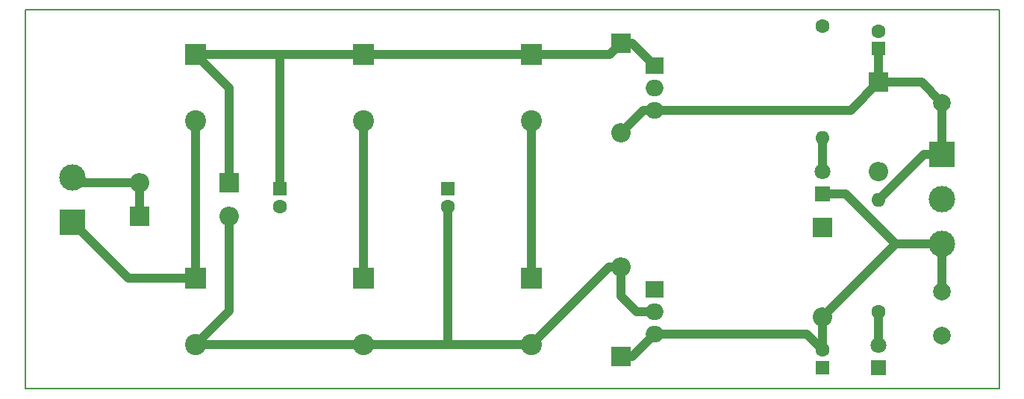
<source format=gbl>
G04 #@! TF.GenerationSoftware,KiCad,Pcbnew,(6.0.0)*
G04 #@! TF.CreationDate,2022-07-07T12:02:20+01:00*
G04 #@! TF.ProjectId,PSU,5053552e-6b69-4636-9164-5f7063625858,rev?*
G04 #@! TF.SameCoordinates,Original*
G04 #@! TF.FileFunction,Copper,L2,Bot*
G04 #@! TF.FilePolarity,Positive*
%FSLAX46Y46*%
G04 Gerber Fmt 4.6, Leading zero omitted, Abs format (unit mm)*
G04 Created by KiCad (PCBNEW (6.0.0)) date 2022-07-07 12:02:20*
%MOMM*%
%LPD*%
G01*
G04 APERTURE LIST*
G04 #@! TA.AperFunction,Profile*
%ADD10C,0.150000*%
G04 #@! TD*
G04 #@! TA.AperFunction,ComponentPad*
%ADD11R,3.000000X3.000000*%
G04 #@! TD*
G04 #@! TA.AperFunction,ComponentPad*
%ADD12C,3.000000*%
G04 #@! TD*
G04 #@! TA.AperFunction,ComponentPad*
%ADD13R,1.600000X1.600000*%
G04 #@! TD*
G04 #@! TA.AperFunction,ComponentPad*
%ADD14C,1.600000*%
G04 #@! TD*
G04 #@! TA.AperFunction,ComponentPad*
%ADD15R,2.400000X2.400000*%
G04 #@! TD*
G04 #@! TA.AperFunction,ComponentPad*
%ADD16C,2.400000*%
G04 #@! TD*
G04 #@! TA.AperFunction,ComponentPad*
%ADD17R,1.800000X1.800000*%
G04 #@! TD*
G04 #@! TA.AperFunction,ComponentPad*
%ADD18C,1.800000*%
G04 #@! TD*
G04 #@! TA.AperFunction,ComponentPad*
%ADD19R,2.000000X1.905000*%
G04 #@! TD*
G04 #@! TA.AperFunction,ComponentPad*
%ADD20O,2.000000X1.905000*%
G04 #@! TD*
G04 #@! TA.AperFunction,ComponentPad*
%ADD21O,1.600000X1.600000*%
G04 #@! TD*
G04 #@! TA.AperFunction,ComponentPad*
%ADD22R,2.200000X2.200000*%
G04 #@! TD*
G04 #@! TA.AperFunction,ComponentPad*
%ADD23O,2.200000X2.200000*%
G04 #@! TD*
G04 #@! TA.AperFunction,ComponentPad*
%ADD24C,2.000000*%
G04 #@! TD*
G04 #@! TA.AperFunction,Conductor*
%ADD25C,1.000000*%
G04 #@! TD*
G04 APERTURE END LIST*
D10*
X43000000Y-53000000D02*
X153490000Y-53000000D01*
X153490000Y-96000000D02*
X43000000Y-96000000D01*
X153490000Y-96000000D02*
X153490000Y-53000000D01*
X43000000Y-96000000D02*
X43000000Y-53000000D01*
D11*
X147000000Y-69420000D03*
D12*
X147000000Y-74500000D03*
X147000000Y-79580000D03*
D13*
X71875000Y-73275000D03*
D14*
X71875000Y-75275000D03*
D15*
X100450000Y-58035000D03*
D16*
X100450000Y-65535000D03*
D13*
X90925000Y-73275000D03*
D14*
X90925000Y-75275000D03*
D15*
X81400000Y-83435000D03*
D16*
X81400000Y-90935000D03*
D15*
X100450000Y-83435000D03*
D16*
X100450000Y-90935000D03*
D13*
X139820000Y-57400000D03*
D14*
X139820000Y-55400000D03*
D13*
X133470000Y-93595000D03*
D14*
X133470000Y-91595000D03*
D17*
X139820000Y-93595000D03*
D18*
X139820000Y-91055000D03*
D17*
X133470000Y-73910000D03*
D18*
X133470000Y-71370000D03*
D19*
X114420000Y-84705000D03*
D20*
X114420000Y-87245000D03*
X114420000Y-89785000D03*
D15*
X81400000Y-58035000D03*
D16*
X81400000Y-65535000D03*
D15*
X62350000Y-58035000D03*
D16*
X62350000Y-65535000D03*
D15*
X62350000Y-83435000D03*
D16*
X62350000Y-90935000D03*
D14*
X133470000Y-54860000D03*
D21*
X133470000Y-67560000D03*
D14*
X139820000Y-87245000D03*
D21*
X139820000Y-74545000D03*
D22*
X56000000Y-76450000D03*
D23*
X66160000Y-76450000D03*
D22*
X66160000Y-72640000D03*
D23*
X56000000Y-72640000D03*
D22*
X110610000Y-56765000D03*
D23*
X110610000Y-66925000D03*
D22*
X110610000Y-92325000D03*
D23*
X110610000Y-82165000D03*
D22*
X133470000Y-77720000D03*
D23*
X133470000Y-87880000D03*
D22*
X139820000Y-61210000D03*
D23*
X139820000Y-71370000D03*
D19*
X114420000Y-59305000D03*
D20*
X114420000Y-61845000D03*
X114420000Y-64385000D03*
D24*
X147000000Y-63500000D03*
X147000000Y-90000000D03*
X147000000Y-85000000D03*
D11*
X48380000Y-77085000D03*
D12*
X48380000Y-72005000D03*
D25*
X144710000Y-61210000D02*
X139820000Y-61210000D01*
X147000000Y-63500000D02*
X144710000Y-61210000D01*
X147000000Y-63500000D02*
X147000000Y-69420000D01*
X147000000Y-85000000D02*
X147000000Y-79580000D01*
X136100000Y-73910000D02*
X141770000Y-79580000D01*
X133470000Y-73910000D02*
X136100000Y-73910000D01*
X141770000Y-79580000D02*
X133470000Y-87880000D01*
X147000000Y-79580000D02*
X141770000Y-79580000D01*
X144945000Y-69420000D02*
X147000000Y-69420000D01*
X144945000Y-69420000D02*
X139820000Y-74545000D01*
X62350000Y-65535000D02*
X62350000Y-83435000D01*
X81400000Y-83435000D02*
X81400000Y-65535000D01*
X100450000Y-65535000D02*
X100450000Y-83435000D01*
X48380000Y-77085000D02*
X54730000Y-83435000D01*
X49015000Y-76450000D02*
X48380000Y-77085000D01*
X54730000Y-83435000D02*
X62350000Y-83435000D01*
X66160000Y-61845000D02*
X62350000Y-58035000D01*
X100450000Y-58035000D02*
X109340000Y-58035000D01*
X71875000Y-73275000D02*
X71875000Y-58035000D01*
X109340000Y-58035000D02*
X110610000Y-56765000D01*
X62350000Y-58035000D02*
X71875000Y-58035000D01*
X71875000Y-58035000D02*
X81400000Y-58035000D01*
X111880000Y-56765000D02*
X114420000Y-59305000D01*
X81400000Y-58035000D02*
X100450000Y-58035000D01*
X110610000Y-56765000D02*
X111880000Y-56765000D01*
X66160000Y-72640000D02*
X66160000Y-61845000D01*
X109220000Y-82165000D02*
X110610000Y-82165000D01*
X90805000Y-90935000D02*
X100450000Y-90935000D01*
X114420000Y-87245000D02*
X112420000Y-87245000D01*
X66160000Y-87125000D02*
X62350000Y-90935000D01*
X62350000Y-90935000D02*
X81400000Y-90935000D01*
X90925000Y-90815000D02*
X90805000Y-90935000D01*
X81400000Y-90935000D02*
X90805000Y-90935000D01*
X90925000Y-75275000D02*
X90925000Y-90815000D01*
X100450000Y-90935000D02*
X109220000Y-82165000D01*
X110610000Y-85435000D02*
X110610000Y-82165000D01*
X66160000Y-76450000D02*
X66160000Y-87125000D01*
X112420000Y-87245000D02*
X110610000Y-85435000D01*
X114420000Y-64385000D02*
X113150000Y-64385000D01*
X139820000Y-57400000D02*
X139820000Y-61210000D01*
X114420000Y-64385000D02*
X136645000Y-64385000D01*
X113150000Y-64385000D02*
X110610000Y-66925000D01*
X136645000Y-64385000D02*
X139820000Y-61210000D01*
X131660000Y-89785000D02*
X133470000Y-91595000D01*
X111880000Y-92325000D02*
X114420000Y-89785000D01*
X114420000Y-89785000D02*
X131660000Y-89785000D01*
X110610000Y-92325000D02*
X111880000Y-92325000D01*
X133470000Y-91595000D02*
X133470000Y-87880000D01*
X56000000Y-72640000D02*
X56000000Y-76450000D01*
X56000000Y-72640000D02*
X49015000Y-72640000D01*
X49015000Y-72640000D02*
X48380000Y-72005000D01*
X139820000Y-91055000D02*
X139820000Y-87245000D01*
X133470000Y-71370000D02*
X133470000Y-67560000D01*
M02*

</source>
